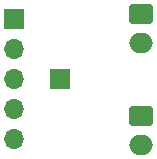
<source format=gbr>
%TF.GenerationSoftware,KiCad,Pcbnew,(6.0.1)*%
%TF.CreationDate,2022-02-14T11:52:32-05:00*%
%TF.ProjectId,SKR-Mini_TFT_Thermistor_Board,534b522d-4d69-46e6-995f-5446545f5468,rev?*%
%TF.SameCoordinates,Original*%
%TF.FileFunction,Soldermask,Bot*%
%TF.FilePolarity,Negative*%
%FSLAX46Y46*%
G04 Gerber Fmt 4.6, Leading zero omitted, Abs format (unit mm)*
G04 Created by KiCad (PCBNEW (6.0.1)) date 2022-02-14 11:52:32*
%MOMM*%
%LPD*%
G01*
G04 APERTURE LIST*
G04 Aperture macros list*
%AMRoundRect*
0 Rectangle with rounded corners*
0 $1 Rounding radius*
0 $2 $3 $4 $5 $6 $7 $8 $9 X,Y pos of 4 corners*
0 Add a 4 corners polygon primitive as box body*
4,1,4,$2,$3,$4,$5,$6,$7,$8,$9,$2,$3,0*
0 Add four circle primitives for the rounded corners*
1,1,$1+$1,$2,$3*
1,1,$1+$1,$4,$5*
1,1,$1+$1,$6,$7*
1,1,$1+$1,$8,$9*
0 Add four rect primitives between the rounded corners*
20,1,$1+$1,$2,$3,$4,$5,0*
20,1,$1+$1,$4,$5,$6,$7,0*
20,1,$1+$1,$6,$7,$8,$9,0*
20,1,$1+$1,$8,$9,$2,$3,0*%
G04 Aperture macros list end*
%ADD10RoundRect,0.250000X-0.750000X0.600000X-0.750000X-0.600000X0.750000X-0.600000X0.750000X0.600000X0*%
%ADD11O,2.000000X1.700000*%
%ADD12R,1.700000X1.700000*%
%ADD13O,1.700000X1.700000*%
G04 APERTURE END LIST*
D10*
%TO.C,T0*%
X123207000Y-102128000D03*
D11*
X123207000Y-104628000D03*
%TD*%
D10*
%TO.C,T1*%
X123207000Y-93492000D03*
D11*
X123207000Y-95992000D03*
%TD*%
D12*
%TO.C,J2*%
X116357000Y-99030000D03*
%TD*%
%TO.C,J1*%
X112420000Y-93955000D03*
D13*
X112420000Y-96495000D03*
X112420000Y-99035000D03*
X112420000Y-101575000D03*
X112420000Y-104115000D03*
%TD*%
M02*

</source>
